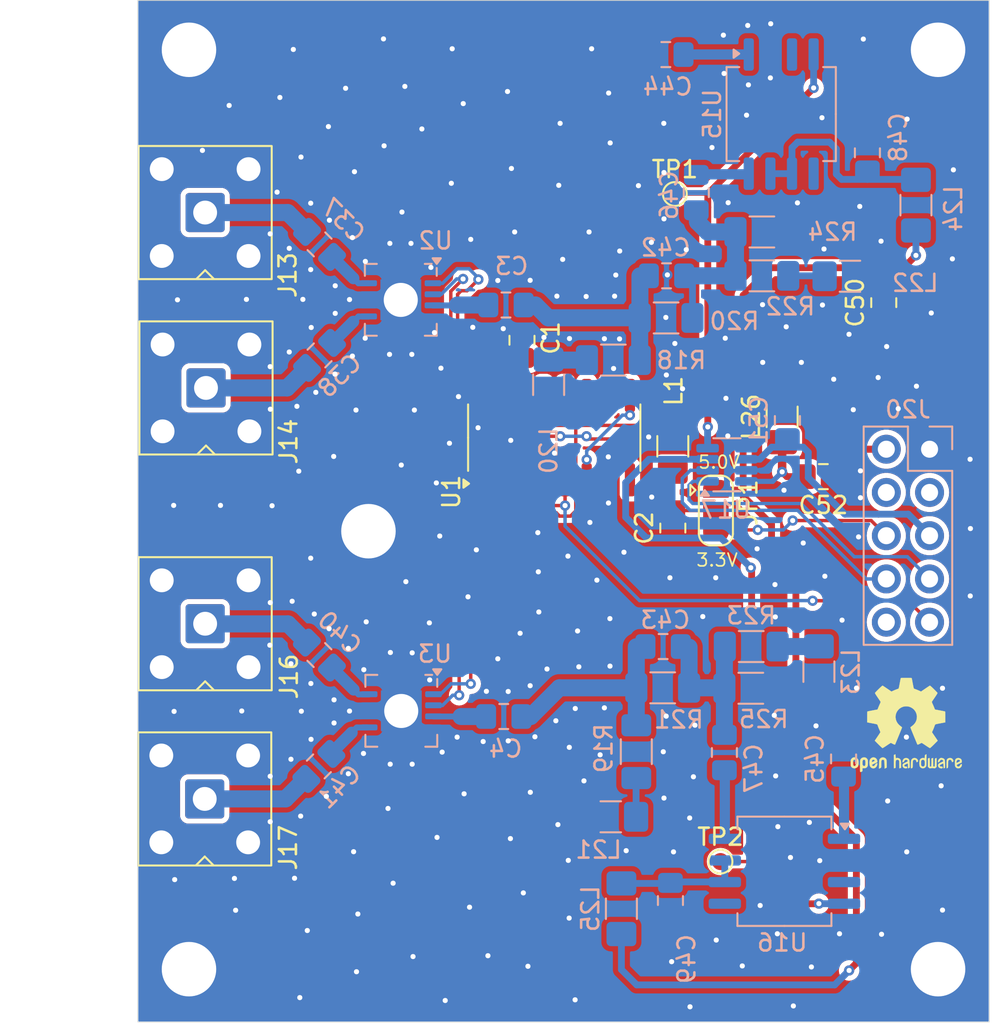
<source format=kicad_pcb>
(kicad_pcb (version 20240108) (generator "pcbnew") (generator_version "8.0")
  (title_block (date "2025-02-10") (rev "3.5") (comment 1 "change the rf switch´s to HMC849") (comment 2 "JP1 for select operation voltage of rf switches"))
  (layers (0 "F.Cu" signal) (31 "B.Cu" signal) (34 "B.Paste" user) (35 "F.Paste" user) (36 "B.SilkS" user "B.Silkscreen") (37 "F.SilkS" user "F.Silkscreen") (38 "B.Mask" user) (39 "F.Mask" user) (44 "Edge.Cuts" user))
  (net 0 "")
  (net 1 "GND")
  (net 2 "+3.3V")
  (net 3 "INP_SEL")
  (net 4 "LOG_OUT1")
  (net 5 "LOG_OUT2")
  (net 6 "+5V")
  (net 7 "2,6V REF")
  (net 8 "SCL0")
  (net 9 "SDA0")
  (net 10 "INP_SEL2")
  (net 11 "Net-(J13-In)")
  (net 12 "Net-(J14-In)")
  (net 13 "Net-(J16-In)")
  (net 14 "Net-(J17-In)")
  (net 15 "Net-(C42-Pad2)")
  (net 16 "Net-(C43-Pad2)")
  (net 17 "Net-(U15-INLO)")
  (net 18 "Net-(U16-INLO)")
  (net 19 "Net-(U15-INHI)")
  (net 20 "Net-(U16-INHI)")
  (net 21 "Net-(U15-EN)")
  (net 22 "Net-(U16-EN)")
  (net 23 "Net-(L20-Pad1)")
  (net 24 "Net-(L21-Pad1)")
  (net 25 "Net-(L22-Pad1)")
  (net 26 "Net-(L23-Pad1)")
  (net 31 "Net-(U17-VCC)")
  (net 32 "CS0")
  (net 33 "CS1")
  (net 34 "V_HMC")
  (net 35 "Net-(JP1-C)")
  (net 36 "Net-(U2-RF2)")
  (net 37 "Net-(U2-RF1)")
  (net 38 "V1_2")
  (net 39 "Net-(U3-RF2)")
  (net 40 "Net-(U3-RF1)")
  (net 41 "Net-(U2-RFC)")
  (net 42 "V1_1")
  (net 43 "Net-(U3-RFC)")
  (net 44 "Net-(U1-Pad6)")
  (net 49 "Net-(U1-Pad1)")
  (net 50 "Net-(C3-Pad2)")
  (net 51 "Net-(C4-Pad2)")
  (footprint "Connector_Coaxial:SMA_BAT_Wireless_BWSMA-KWE-Z001" (layer "F.Cu") (at 129 83.9 90)
    (property "Reference" "J13")
    (property "Value" "SMA" (hide yes))
  )
  (footprint "Capacitor_SMD:C_0805_2012Metric_Pad1.18x1.45mm_HandSolder" (layer "F.Cu") (at 168.86 89.19 90)
    (property "Reference" "C50")
    (property "Value" "100n")
  )
  (footprint "TestPoint:TestPoint_Pad_D1.0mm" (layer "F.Cu") (at 159.27 122.02)
    (property "Reference" "TP2")
    (property "Value" "TestPoint")
  )
  (footprint "Connector_Coaxial:SMA_BAT_Wireless_BWSMA-KWE-Z001" (layer "F.Cu") (at 129 108.05 90)
    (property "Reference" "J16")
    (property "Value" "SMA")
  )
  (footprint "Capacitor_SMD:C_0805_2012Metric_Pad1.18x1.45mm_HandSolder" (layer "F.Cu") (at 156.47 102.43 90)
    (property "Reference" "C2")
    (property "Value" "100n")
  )
  (footprint "Package_SO:SOIC-16_3.9x9.9mm_P1.27mm" (layer "F.Cu") (at 149.505 97.12 90)
    (property "Reference" "U1")
    (property "Value" "74HC04")
  )
  (footprint "Connector_Coaxial:SMA_BAT_Wireless_BWSMA-KWE-Z001" (layer "F.Cu") (at 129.05 94.2 90)
    (property "Reference" "J14")
    (property "Value" "SMA")
  )
  (footprint "Connector_Coaxial:SMA_BAT_Wireless_BWSMA-KWE-Z001" (layer "F.Cu") (at 128.975 118.34 90)
    (property "Reference" "J17")
    (property "Value" "SMA")
  )
  (footprint "Inductor_SMD:L_1206_3216Metric_Pad1.42x1.75mm_HandSolder" (layer "F.Cu") (at 162.89 95.9 90)
    (property "Reference" "L26")
    (property "Value" "4u7")
  )
  (footprint "Symbol:OSHW-Logo2_7.3x6mm_SilkScreen" (layer "F.Cu") (at 170.18 113.99)
    (property "Reference" "REF**" (hide yes))
    (property "Value" "OSHW-Logo2_7.3x6mm_SilkScreen" (hide yes))
  )
  (footprint "Jumper:SolderJumper-3_P1.3mm_Open_RoundedPad1.0x1.5mm" (layer "F.Cu") (at 159 101.4 -90)
    (property "Reference" "JP1")
    (property "Value" "SolderJumper_3_Open" (hide yes))
  )
  (footprint "TestPoint:TestPoint_Pad_D1.0mm" (layer "F.Cu") (at 156.59 82.81)
    (property "Reference" "TP1")
    (property "Value" "TestPoint")
  )
  (footprint "Capacitor_SMD:C_0805_2012Metric_Pad1.18x1.45mm_HandSolder" (layer "F.Cu") (at 165.31 99.41 180)
    (property "Reference" "C52")
    (property "Value" "100n")
  )
  (footprint "Inductor_SMD:L_1206_3216Metric_Pad1.42x1.75mm_HandSolder" (layer "F.Cu") (at 156.47 97.63 90)
    (property "Reference" "L1")
    (property "Value" "4u7")
  )
  (footprint "Capacitor_SMD:C_0805_2012Metric_Pad1.18x1.45mm_HandSolder" (layer "F.Cu") (at 147.61 91.4 -90)
    (property "Reference" "C1")
    (property "Value" "100n")
  )
  (footprint "Resistor_SMD:R_1206_3216Metric_Pad1.30x1.75mm_HandSolder" (layer "B.Cu") (at 156.075 90.09)
    (property "Reference" "R20")
    (property "Value" "150R")
  )
  (footprint "Resistor_SMD:R_1206_3216Metric_Pad1.30x1.75mm_HandSolder" (layer "B.Cu") (at 152.975 92.565)
    (property "Reference" "R18")
    (property "Value" "69R8")
  )
  (footprint "Inductor_SMD:L_1206_3216Metric_Pad1.42x1.75mm_HandSolder" (layer "B.Cu") (at 153.45 124.79 -90)
    (property "Reference" "L25")
    (property "Value" "4u7")
  )
  (footprint "Inductor_SMD:L_1206_3216Metric_Pad1.42x1.75mm_HandSolder" (layer "B.Cu") (at 170.75 83.465 -90)
    (property "Reference" "L24")
    (property "Value" "4u7")
  )
  (footprint "Inductor_SMD:L_1206_3216Metric_Pad1.42x1.75mm_HandSolder" (layer "B.Cu") (at 165.05 110.865 -90)
    (property "Reference" "L23")
    (property "Value" "22nH")
  )
  (footprint "Package_CSP:LFCSP-16-1EP_4x4mm_P0.65mm_EP2.4x2.4mm" (layer "B.Cu") (at 140.5225 113.165 180)
    (property "Reference" "U3")
    (property "Value" "HMC849A")
  )
  (footprint "Capacitor_SMD:C_0805_2012Metric_Pad1.18x1.45mm_HandSolder" (layer "B.Cu") (at 156.06 74.62)
    (property "Reference" "C44")
    (property "Value" "100n")
  )
  (footprint "Connector_PinHeader_2.54mm:PinHeader_2x05_P2.54mm_Vertical" (layer "B.Cu") (at 171.55 97.8 180)
    (property "Reference" "J20")
    (property "Value" "Conn_02x05_Odd_Even" (hide yes))
  )
  (footprint "Capacitor_SMD:C_0805_2012Metric_Pad1.18x1.45mm_HandSolder" (layer "B.Cu") (at 167.9 80.39 -90)
    (property "Reference" "C48")
    (property "Value" "100n")
  )
  (footprint "Package_SO:SO-8_5.3x6.2mm_P1.27mm" (layer "B.Cu") (at 163.025 122.59 180)
    (property "Reference" "U16")
    (property "Value" "AD8307")
  )
  (footprint "Resistor_SMD:R_1206_3216Metric_Pad1.30x1.75mm_HandSolder" (layer "B.Cu") (at 154.325 115.565 90)
    (property "Reference" "R19")
    (property "Value" "69R8")
  )
  (footprint "Capacitor_SMD:C_0805_2012Metric_Pad1.18x1.45mm_HandSolder" (layer "B.Cu") (at 166.5 115.99 -90)
    (property "Reference" "C45")
    (property "Value" "100n")
  )
  (footprint "Capacitor_SMD:C_0805_2012Metric_Pad1.18x1.45mm_HandSolder" (layer "B.Cu") (at 163.2 96.115 -90)
    (property "Reference" "C51")
    (property "Value" "100n")
  )
  (footprint "Capacitor_SMD:C_0805_2012Metric_Pad1.18x1.45mm_HandSolder" (layer "B.Cu") (at 159.5 115.615 -90)
    (property "Reference" "C47")
    (property "Value" "100n")
  )
  (footprint "Capacitor_SMD:C_0805_2012Metric_Pad1.18x1.45mm_HandSolder" (layer "B.Cu") (at 156.33 124.31 90)
    (property "Reference" "C49")
    (property "Value" "100n")
  )
  (footprint "Capacitor_SMD:C_0805_2012Metric_Pad1.18x1.45mm_HandSolder" (layer "B.Cu") (at 135.71 109.89 -45)
    (property "Reference" "C40")
    (property "Value" "10n")
  )
  (footprint "Resistor_SMD:R_1206_3216Metric_Pad1.30x1.75mm_HandSolder" (layer "B.Cu") (at 161.05 111.84 180)
    (property "Reference" "R25")
    (property "Value" "52R3")
  )
  (footprint "Resistor_SMD:R_1206_3216Metric_Pad1.30x1.75mm_HandSolder" (layer "B.Cu") (at 161.075 109.39 180)
    (property "Reference" "R23")
    (property "Value" "69R8")
  )
  (footprint "Capacitor_SMD:C_0805_2012Metric_Pad1.18x1.45mm_HandSolder" (layer "B.Cu") (at 146.67 89.33)
    (property "Reference" "C3")
    (property "Value" "10n")
  )
  (footprint "Package_SO:SO-8_5.3x6.2mm_P1.27mm" (layer "B.Cu") (at 162.835 78.115 -90)
    (property "Reference" "U15")
    (property "Value" "AD8307")
  )
  (footprint "Resistor_SMD:R_1206_3216Metric_Pad1.30x1.75mm_HandSolder" (layer "B.Cu") (at 161.7 87.615 180)
    (property "Reference" "R22")
    (property "Value" "69R8")
  )
  (footprint "Capacitor_SMD:C_0805_2012Metric_Pad1.18x1.45mm_HandSolder" (layer "B.Cu") (at 157.85 82.73 90)
    (property "Reference" "C46")
    (property "Value" "100n")
  )
  (footprint "Capacitor_SMD:C_0805_2012Metric_Pad1.18x1.45mm_HandSolder" (layer "B.Cu") (at 156.1 87.615)
    (property "Reference" "C42")
    (property "Value" "10p")
  )
  (footprint "Capacitor_SMD:C_0805_2012Metric_Pad1.18x1.45mm_HandSolder" (layer "B.Cu") (at 135.72 92.29 45)
    (property "Reference" "C38")
    (property "Value" "10n")
  )
  (footprint "Inductor_SMD:L_1206_3216Metric_Pad1.42x1.75mm_HandSolder" (layer "B.Cu") (at 149.175 94.015 -90)
    (property "Reference" "L20")
    (property "Value" "22nH")
  )
  (footprint "Capacitor_SMD:C_0805_2012Metric_Pad1.18x1.45mm_HandSolder" (layer "B.Cu") (at 135.72 85.77 -45)
    (property "Reference" "C37")
    (property "Value" "10n")
  )
  (footprint "Capacitor_SMD:C_0805_2012Metric_Pad1.18x1.45mm_HandSolder" (layer "B.Cu") (at 135.68 116.43 45)
    (property "Reference" "C41")
    (property "Value" "10n")
  )
  (footprint "Capacitor_SMD:C_0805_2012Metric_Pad1.18x1.45mm_HandSolder" (layer "B.Cu") (at 146.54 113.5)
    (property "Reference" "C4")
    (property "Value" "10n")
  )
  (footprint "Resistor_SMD:R_1206_3216Metric_Pad1.30x1.75mm_HandSolder" (layer "B.Cu") (at 161.7 85.04 180)
    (property "Reference" "R24")
    (property "Value" "52R3")
  )
  (footprint "Package_TO_SOT_SMD:TSOT-23-8" (layer "B.Cu") (at 159.65 98.715)
    (property "Reference" "U17")
    (property "Value" "AD7991")
  )
  (footprint "Resistor_SMD:R_1206_3216Metric_Pad1.30x1.75mm_HandSolder" (layer "B.Cu") (at 155.875 111.815)
    (property "Reference" "R21")
    (property "Value" "150R")
  )
  (footprint "Package_CSP:LFCSP-16-1EP_4x4mm_P0.65mm_EP2.4x2.4mm" (layer "B.Cu") (at 140.4925 89.025 180)
    (property "Reference" "U2")
    (property "Value" "HMC849A")
  )
  (footprint "Inductor_SMD:L_1206_3216Metric_Pad1.42x1.75mm_HandSolder" (layer "B.Cu") (at 152.825 119.39 180)
    (property "Reference" "L21")
    (property "Value" "22nH")
  )
  (footprint "Inductor_SMD:L_1206_3216Metric_Pad1.42x1.75mm_HandSolder" (layer "B.Cu") (at 166.875 87.64)
    (property "Reference" "L22")
    (property "Value" "22nH")
  )
  (footprint "Capacitor_SMD:C_0805_2012Metric_Pad1.18x1.45mm_HandSolder" (layer "B.Cu") (at 155.9 109.39)
    (property "Reference" "C43")
    (property "Value" "10p")
  )
  (gr_rect (start 125.05 71.44) (end 175.05 131.44) (stroke (width 0.05)) (fill none) (layer "Edge.Cuts"))
  (gr_text "1-500Mhz" (at 150.65 71.73 180) (layer "F.Cu") (effects (font (size 1 1) (thickness 0.2)) (justify left bottom)))
  (gr_text "REV3.5" (at 174.96 123.14 90) (layer "F.Cu") (effects (font (size 1 1) (thickness 0.2)) (justify left bottom)))
  (gr_text "DJ1YR" (at 144.31 131.28 0) (layer "F.Cu") (effects (font (size 1 1) (thickness 0.25) (bold yes)) (justify left bottom)))
  (gr_text "3.3V" (at 157.79 104.75 0) (layer "F.SilkS") (effects (font (size 0.75 0.75) (thickness 0.1)) (justify left bottom)))
  (gr_text "5.0V" (at 157.9 99 0) (layer "F.SilkS") (effects (font (size 0.75 0.75) (thickness 0.1)) (justify left bottom)))
  (via (at 141.21 127.6) (size 0.6) (drill 0.3) (layers "F.Cu" "B.Cu") (net 1))
  (via (at 159.44 73.48) (size 0.6) (drill 0.3) (layers "F.Cu" "B.Cu") (net 1))
  (via (at 159.72 83.32) (size 0.6) (drill 0.3) (layers "F.Cu" "B.Cu") (net 1))
  (via (at 146.95 97.28) (size 0.6) (drill 0.3) (layers "F.Cu" "B.Cu") (net 1))
  (via (at 147.18 85.04) (size 0.6) (drill 0.3) (layers "F.Cu" "B.Cu") (net 1))
  (via (at 172.31 111.84) (size 0.6) (drill 0.3) (layers "F.Cu" "B.Cu") (net 1))
  (via (at 145.61 127.55) (size 0.6) (drill 0.3) (layers "F.Cu" "B.Cu") (net 1))
  (via (at 156.06 90.06) (size 0.6) (drill 0.3) (layers "F.Cu" "B.Cu") (net 1))
  (via (at 167.45 83.54) (size 0.6) (drill 0.3) (layers "F.Cu" "B.Cu") (net 1))
  (via (at 161.42 103.65) (size 0.6) (drill 0.3) (layers "F.Cu" "B.Cu") (net 1))
  (via (at 141.16 116.3) (size 0.6) (drill 0.3) (layers "F.Cu" "B.Cu") (net 1))
  (via (at 135.41 107.48) (size 0.6) (drill 0.3) (layers "F.Cu" "B.Cu") (net 1))
  (via (at 141.16 109.76) (size 0.6) (drill 0.3) (layers "F.Cu" "B.Cu") (net 1))
  (via (at 136.12 118.19) (size 0.6) (drill 0.3) (layers "F.Cu" "B.Cu") (net 1))
  (via (at 149.85 78.66) (size 0.6) (drill 0.3) (layers "F.Cu" "B.Cu") (net 1))
  (via (at 127.21 123.08) (size 0.6) (drill 0.3) (layers "F.Cu" "B.Cu") (net 1))
  (via (at 151.6 102.1) (size 0.6) (drill 0.3) (layers "F.Cu" "B.Cu") (net 1))
  (via (at 160.8 78.18) (size 0.6) (drill 0.3) (layers "F.Cu" "B.Cu") (net 1))
  (via (at 155.23 100.61) (size 0.6) (drill 0.3) (layers "F.Cu" "B.Cu") (net 1))
  (via (at 148.09 111.69) (size 0.6) (drill 0.3) (layers "F.Cu" "B.Cu") (net 1))
  (via (at 132.93 101.12) (size 0.6) (drill 0.3) (layers "F.Cu" "B.Cu") (net 1))
  (via (at 148.54 102.7) (size 0.6) (drill 0.3) (layers "F.Cu" "B.Cu") (net 1))
  (via (at 136.57 113.88) (size 0.6) (drill 0.3) (layers "F.Cu" "B.Cu") (net 1))
  (via (at 135.21 111.56) (size 0.6) (drill 0.3) (layers "F.Cu" "B.Cu") (net 1))
  (via (at 132.82 117.01) (size 0.6) (drill 0.3) (layers "F.Cu" "B.Cu") (net 1))
  (via (at 159.7 97.02) (size 0.6) (drill 0.3) (layers "F.Cu" "B.Cu") (net 1))
  (via (at 141.14 92.23) (size 0.6) (drill 0.3) (layers "F.Cu" "B.Cu") (net 1))
  (via (at 148.6 107.36) (size 0.6) (drill 0.3) (layers "F.Cu" "B.Cu") (net 1))
  (via (at 167.66 73.71) (size 0.6) (drill 0.3) (layers "F.Cu" "B.Cu") (net 1))
  (via (at 138.41 86.77) (size 0.6) (drill 0.3) (layers "F.Cu" "B.Cu") (net 1))
  (via (at 136.63 93.39) (size 0.6) (drill 0.3) (layers "F.Cu" "B.Cu") (net 1))
  (via (at 150.38 125.34) (size 0.6) (drill 0.3) (layers "F.Cu" "B.Cu") (net 1))
  (via (at 144.44 106.47) (size 0.6) (drill 0.3) (layers "F.Cu" "B.Cu") (net 1))
  (via (at 155.95 81.55) (size 0.6) (drill 0.3) (layers "F.Cu" "B.Cu") (net 1))
  (via (at 134.11 106.73) (size 0.6) (drill 0.3) (layers "F.Cu" "B.Cu") (net 1))
  (via (at 163.38 121.78) (size 0.6) (drill 0.3) (layers "F.Cu" "B.Cu") (net 1))
  (via (at 133.225 82.7) (size 0.6) (drill 0.3) (layers "F.Cu" "B.Cu") (net 1))
  (via (at 163.79 83.33) (size 0.6) (drill 0.3) (layers "F.Cu" "B.Cu") (net 1))
  (via (at 145.52 112.02) (size 0.6) (drill 0.3) (layers "F.Cu" "B.Cu") (net 1))
  (via (at 165.23 78.33) (size 0.6) (drill 0.3) (layers "F.Cu" "B.Cu") (net 1))
  (via (at 167.07 95.48) (size 0.6) (drill 0.3) (layers "F.Cu" "B.Cu") (net 1))
  (via (at 150.95 110.58) (size 0.6) (drill 0.3) (layers "F.Cu" "B.Cu") (net 1))
  (via (at 172.05 74.34) (size 5) (drill 3.2) (layers "F.Cu" "B.Cu") (net 1))
  (via (at 146.19 87.89) (size 0.6) (drill 0.3) (layers "F.Cu" "B.Cu") (net 1))
  (via (at 146.76 76.79) (size 0.6) (drill 0.3) (layers "F.Cu" "B.Cu") (net 1))
  (via (at 142.19 111.35) (size 0.6) (drill 0.3) (layers "F.Cu" "B.Cu") (net 1))
  (via (at 152.7 76.88) (size 0.6) (drill 0.3) (layers "F.Cu" "B.Cu") (net 1))
  (via (at 170.23 78.41) (size 0.6) (drill 0.3) (layers "F.Cu" "B.Cu") (net 1))
  (via (at 155.91 115.57) (size 0.6) (drill 0.3) (layers "F.Cu" "B.Cu") (net 1))
  (via (at 165.92 93.69) (size 0.6) (drill 0.3) (layers "F.Cu" "B.Cu") (net 1))
  (via (at 172.31 124.87) (size 0.6) (drill 0.3) (layers "F.Cu" "B.Cu") (net 1))
  (via (at 167.26 111.83) (size 0.6) (drill 0.3) (layers "F.Cu" "B.Cu") (net 1))
  (via (at 164.61 128.21) (size 0.6) (drill 0.3) (layers "F.Cu" "B.Cu") (net 1))
  (via (at 128.84 80.25) (size 0.6) (drill 0.3) (layers "F.Cu" "B.Cu") (net 1))
  (via (at 159.48 75.73) (size 0.6) (drill 0.3) (layers "F.Cu" "B.Cu") (net 1))
  (via (at 149.52 98.03) (size 0.6) (drill 0.3) (layers "F.Cu" "B.Cu") (net 1))
  (via (at 146.51 90.72) (size 0.6) (drill 0.3) (layers "F.Cu" "B.Cu") (net 1))
  (via (at 155.95 118.29) (size 0.6) (drill 0.3) (layers "F.Cu" "B.Cu") (net 1))
  (via (at 138.46 107.94) (size 0.6) (drill 0.3) (layers "F.Cu" "B.Cu") (net 1))
  (via (at 139.51 79.98) (size 0.6) (drill 0.3) (layers "F.Cu" "B.Cu") (net 1))
  (via (at 130.79 124.88) (size 0.6) (drill 0.3) (layers "F.Cu" "B.Cu") (net 1))
  (via (at 140.56 83.87) (size 0.6) (drill 0.3) (layers "F.Cu" "B.Cu") (net 1))
  (via (at 134.04 116.01) (size 0.6) (drill 0.3) (layers "F.Cu" "B.Cu") (net 1))
  (via (at 167.38 102.95) (size 0.6) (drill 0.3) (layers "F.Cu" "B.Cu") (net 1))
  (via (at 152.45 112.99) (size 0.6) (drill 0.3) (layers "F.Cu" "B.Cu") (net 1))
  (via (at 148.57 105) (size 0.6) (drill 0.3) (layers "F.Cu" "B.Cu") (net 1))
  (via (at 141.29 95.5) (size 0.6) (drill 0.3) (layers "F.Cu" "B.Cu") (net 1))
  (via (at 134.61 119.35) (size 0.6) (drill 0.3) (layers "F.Cu" "B.Cu") (net 1))
  (via (at 165.4 105.26) (size 0.6) (drill 0.3) (layers "F.Cu" "B.Cu") (net 1))
  (via (at 164.88 114.05) (size 0.6) (drill 0.3) (layers "F.Cu" "B.Cu") (net 1))
  (via (at 137.89 128.49) (size 0.6) (drill 0.3) (layers "F.Cu" "B.Cu") (net 1))
  (via (at 161.75 92.7) (size 0.6) (drill 0.3) (layers "F.Cu" "B.Cu") (net 1))
  (via (at 134.5 99.09) (size 0.6) (drill 0.3) (layers "F.Cu" "B.Cu") (net 1))
  (via (at 166.26 126.26) (size 0.6) (drill 0.3) (layers "F.Cu" "B.Cu") (net 1))
  (via (at 134.04 110.4) (size 0.6) (drill 0.3) (layers "F.Cu" "B.Cu") (net 1))
  (via (at 137.65 92.33) (size 0.6) (drill 0.3) (layers "F.Cu" "B.Cu") (net 1))
  (via (at 137.41 109.5) (size 0.6) (drill 0.3) (layers "F.Cu" "B.Cu") (net 1))
  (via (at 138.4 91.28) (size 0.6) (drill 0.3) (layers "F.Cu" "B.Cu") (net 1))
  (via (at 149.77 82.3) (size 0.6) (drill 0.3) (layers "F.Cu" "B.Cu") (net 1))
  (via (at 152.69 100.96) (size 0.6) (drill 0.3) (layers "F.Cu" "B.Cu") (net 1))
  (via (at 132.82 92.95) (size 0.6) (drill 0.3) (layers "F.Cu" "B.Cu") (net 1))
  (via (at 145.33 114.97) (size 0.6) (drill 0.3) (layers "F.Cu" "B.Cu") (net 1))
  (via (at 168.53 93.59) (size 0.6) (drill 0.3) (layers "F.Cu" "B.Cu") (net 1))
  (via (at 142.92 115.59) (size 0.6) (drill 0.3) (layers "F.Cu" "B.Cu") (net 1))
  (via (at 163 100.21) (size 0.6) (drill 0.3) (layers "F.Cu" "B.Cu") (net 1))
  (via (at 139.85 85.71) (size 0.6) (drill 0.3) (layers "F.Cu" "B.Cu") (net 1))
  (via (at 142.78 102.9) (size 0.6) (drill 0.3) (layers "F.Cu" "B.Cu") (net 1))
  (via (at 137.72 121.44) (size 0.6) (drill 0.3) (layers "F.Cu" "B.Cu") (net 1))
  (via (at 153.34 91.32) (size 0.6) (drill 0.3) (layers "F.Cu" "B.Cu") (net 1))
  (via (at 169.03 91.77) (size 0.6) (drill 0.3) (layers "F.Cu" "B.Cu") (net 1))
  (via (at 127.175 113.2) (size 0.6) (drill 0.3) (layers "F.Cu" "B.Cu") (net 1))
  (via (at 136.57 112.52) (size 0.6) (drill 0.3) (layers "F.Cu" "B.Cu") (net 1))
  (via (at 163.13 90.61) (size 0.6) (drill 0.3) (layers "F.Cu" "B.Cu") (net 1))
  (via (at 159.59 94.81) (size 0.6) (drill 0.3) (layers "F.Cu" "B.Cu") (net 1))
  (via (at 170.19 114.71) (size 0.6) (drill 0.3) (layers "F.Cu" "B.Cu") (net 1))
  (via (at 162.2 75.99) (size 0.6) (drill 0.3) (layers "F.Cu" "B.Cu") (net 1))
  (via (at 162.51 116.99) (size 0.6) (drill 0.3) (layers "F.Cu" "B.Cu") (net 1))
  (via (at 130.41 77.61) (size 0.6) (drill 0.3) (layers "F.Cu" "B.Cu") (net 1))
  (via (at 139.74 118.9) (size 0.6) (drill 0.3) (layers "F.Cu" "B.Cu") (net 1))
  (via (at 173.94 106.42) (size 0.6) (drill 0.3) (layers "F.Cu" "B.Cu") (net 1))
  (via (at 151.55 85.04) (size 0.6) (drill 0.3) (layers "F.Cu" "B.Cu") (net 1))
  (via (at 172.23 117.57) (size 0.6) (drill 0.3) (layers "F.Cu" "B.Cu") (net 1))
  (via (at 172.05 128.34) (size 5) (drill 3.2) (layers "F.Cu" "B.Cu") (net 1))
  (via (at 152.99 93.06) (size 0.6) (drill 0.3) (layers "F.Cu" "B.Cu") (net 1))
  (via (at 145.03 96.54) (size 0.6) (drill 0.3) (layers "F.Cu" "B.Cu") (net 1))
  (via (at 133.39 77.14) (size 0.6) (drill 0.3) (layers "F.Cu" "B.Cu") (net 1))
  (via (at 166.41 107.84) (size 0.6) (drill 0.3) (layers "F.Cu" "B.Cu") (net 1))
  (via (at 128.05 74.34) (size 5) (drill 3.2) (layers "F.Cu" "B.Cu") (net 1))
  (via (at 137.25 76.6) (size 0.6) (drill 0.3) (layers "F.Cu" "B.Cu") (net 1))
  (via (at 158.77 80.08) (size 0.6) (drill 0.3) (layers "F.Cu" "B.Cu") (net 1))
  (via (at 135.2 104.2) (size 0.6) (drill 0.3) (layers "F.Cu" "B.Cu") (net 1))
  (via (at 136.24 78.85) (size 0.6) (drill 0.3) (layers "F.Cu" "B.Cu") (net 1))
  (via (at 150.73 130.14) (size 0.6) (drill 0.3) (layers "F.Cu" "B.Cu") (net 1))
  (via (at 143.51 74.28) (size 0.6) (drill 0.3) (layers "F.Cu" "B.Cu") (net 1))
  (via (at 144.72 90.64) (size 0.6) (drill 0.3) (layers "F.Cu" "B.Cu") (net 1))
  (via (at 164.49 119.72) (size 0.6) (drill 0.3) (layers "F.Cu" "B.Cu") (net 1))
  (via (at 151.7 74.28) (size 0.6) (drill 0.3) (layers "F.Cu" "B.Cu") (net 1))
  (via (at 142.17 108) (size 0.6) (drill 0.3) (layers "F.Cu" "B.Cu") (net 1))
  (via (at 162.61 126.26) (size 0.6) (drill 0.3) (layers "F.Cu" "B.Cu") (net 1))
  (via (at 144.16 77.5) (size 0.6) (drill 0.3) (layers "F.Cu" "B.Cu") (net 1))
  (via (at 137.48 89.01) (size 0.6) (drill 0.3) (layers "F.Cu" "B.Cu") (net 1))
  (via (at 148.9 91.23) (size 0.6) (drill 0.3) (layers "F.Cu" "B.Cu") (net 1))
  (via (at 153.35 86.16) (size 0.6) (drill 0.3) (layers "F.Cu" "B.Cu") (net 1))
  (via (at 153.12 87.57) (size 0.6) (drill 0.3) (layers "F.Cu" "B.Cu") (net 1))
  (via (at 156.15 87.56) (size 0.6) (drill 0.3) (layers "F.Cu" "B.Cu") (net 1))
  (via (at 153.73 121.38) (size 0.6) (drill 0.3) (layers "F.Cu" "B.Cu") (net 1))
  (via (at 151.38 88.83) (size 0.6) (drill 0.3) (layers "F.Cu" "B.Cu") (net 1))
  (via (at 139.88 109.74) (size 0.6) (drill 0.3) (layers "F.Cu" "B.Cu") (net 1))
  (via (at 173.93 98.39) (size 0.6) (drill 0.3) (layers "F.Cu" "B.Cu") (net 1))
  (via (at 148.37 114.69) (size 0.6) (drill 0.3) (layers "F.Cu" "B.Cu") (net 1))
  (via (at 134.18 74.32) (size 0.6) (drill 0.3) (layers "F.Cu" "B.Cu") (net 1))
  (via (at 146.8 112.03) (size 0.6) (drill 0.3) (layers "F.Cu" "B.Cu") (net 1))
  (via (at 136.64 89.82) (size 0.6) (drill 0.3) (layers "F.Cu" "B.Cu") (net 1))
  (via (at 170.21 121.45) (size 0.6) (drill 0.3) (layers "F.Cu" "B.Cu") (net 1))
  (via (at 131.15 113.175) (size 0.6) (drill 0.3) (layers "F.Cu" "B.Cu") (net 1))
  (via (at 155.94 78.66) (size 0.6) (drill 0.3) (layers "F.Cu" "B.Cu") (net 1))
  (via (at 137.77 81.5) (size 0.6) (drill 0.3) (layers "F.Cu" "B.Cu") (net 1))
  (via (at 153.05 88.81) (size 0.6) (drill 0.3) (layers "F.Cu" "B.Cu") (net 1))
  (via (at 156.3 105.35) (size 0.6) (drill 0.3) (layers "F.Cu" "B.Cu") (net 1))
  (via (at 140.49 89.03) (size 2.4) (drill 2) (layers "F.Cu" "B.Cu") (net 1))
  (via (at 156.09 93.44) (size 0.6) (drill 0.3) (layers "F.Cu" "B.Cu") (net 1))
  (via (at 155.21 85.65) (size 0.6) (drill 0.3) (layers "F.Cu" "B.Cu") (net 1))
  (via (at 135.22 114.84) (size 0.6) (drill 0.3) (layers "F.Cu" "B.Cu") (net 1))
  (via (at 139.83 92.23) (size 0.6) (drill 0.3) (layers "F.Cu" "B.Cu") (net 1))
  (via (at 147.96 128.17) (size 0.6) (drill 0.3) (layers "F.Cu" "B.Cu") (net 1))
  (via (at 169.71 95.42) (size 0.6) (drill 0.3) (layers "F.Cu" "B.Cu") (net 1))
  (via (at 146.8 114.93) (size 0.6) (drill 0.3) (layers "F.Cu" "B.Cu") (net 1))
  (via (at 162.47 105.75) (size 0.6) (drill 0.3) (layers "F.Cu" "B.Cu") (net 1))
  (via (at 138.3 115.67) (size 0.6) (drill 0.3) (layers "F.Cu" "B.Cu") (net 1))
  (via (at 148.1 117.95) (size 0.6) (drill 0.3) (layers "F.Cu" "B.Cu") (net 1))
  (via (at 142.62 120.6) (size 0.6) (drill 0.3) (layers "F.Cu" "B.Cu") (net 1))
  (via (at 146.93 120.67) (size 0.6) (drill 0.3) (layers "F.Cu" "B.Cu") (net 1))
  (via (at 142.85 93.04) (size 0.6) (drill 0.3) (layers "F.Cu" "B.Cu") (net 1))
  (via (at 144.53 124.7) (size 0.6) (drill 0.3) (layers "F.Cu" "B.Cu") (net 1))
  (via (at 142.47 90.95) (size 0.6) (drill 0.3) (layers "F.Cu" "B.Cu") (net 1))
  (via (at 137.65 85.37) (size 0.6) (drill 0.3) (layers "F.Cu" "B.Cu") (net 1))
  (via (at 149.6 113.75) (size 0.6) (drill 0.3) (layers "F.Cu" "B.Cu") (net 1))
  (via (at 158.99 105.35) (size 0.6) (drill 0.3) (layers "F.Cu" "B.Cu") (net 1))
  (via (at 170.78 94.1) (size 0.6) (drill 0.3) (layers "F.Cu" "B.Cu") (net 1))
  (via (at 146.19 110.11) (size 0.6) (drill 0.3) (layers "F.Cu" "B.Cu") (net 1))
  (via (at 127.15 101.1) (size 0.6) (drill 0.3) (layers "F.Cu" "B.Cu") (net 1))
  (via (at 157.26 86.08) (size 0.6) (drill 0.3) (layers "F.Cu" "B.Cu") (net 1))
  (via (at 152.2 115.75) (size 0.6) (drill 0.3) (layers "F.Cu" "B.Cu") (net 1))
  (via (at 156.51 121.45) (size 0.6) (drill 0.3) (layers "F.Cu" "B.Cu") (net 1))
  (via (at 158.23 107.63) (size 0.6) (drill 0.3) (layers "F.Cu" "B.Cu") (net 1))
  (via (at 152.01 105.49) (size 0.6) (drill 0.3) (layers "F.Cu" "B.Cu") (net 1))
  (via (at 136.28 108.34) (size 0.6) (drill 0.3) (layers "F.Cu" "B.Cu") (net 1))
  (via (at 155.95 84.27) (size 0.6) (drill 0.3) (layers "F.Cu" "B.Cu") (net 1))
  (via (at 140.5175 113.175) (size 2.4) (drill 2) (layers "F.Cu" "B.Cu") (net 1))
  (via (at 157.48 130.55) (size 0.6) (drill 0.3) (layers "F.Cu" "B.Cu") (net 1))
  (via (at 168.73 126.29) (size 0.6) (drill 0.3) (layers "F.Cu" "B.Cu") (net 1))
  (via (at 147.5 108.61) (size 0.6) (drill 0.3) (layers "F.Cu" "B.Cu") (net 1))
  (via (at 134.56 130.01) (size 0.6) (drill 0.3) (layers "F.Cu" "B.Cu") (net 1))
  (via (at 146.99 81.31) (size 0.6) (drill 0.3) (layers "F.Cu" "B.Cu") (net 1))
  (via (at 137.48 113.18) (size 0.6) (drill 0.3) (layers "F.Cu" "B.Cu") (net 1))
  (via (at 139.475 73.7) (size 0.6) (drill 0.3) (layers "F.Cu" "B.Cu") (net 1))
  (via (at 131.425 89) (size 0.6) (drill 0.3) (layers "F.Cu" "B.Cu") (net 1))
  (via (at 151.25 117.28) (size 0.6) (drill 0.3) (layers "F.Cu" "B.Cu") (net 1))
  (via (at 136.55 98.225) (size 0.6) (drill 0.3) (layers "F.Cu" "B.Cu") (net 1))
  (via (at 150.4 91.3) (size 0.6) (drill 0.3) (layers "F.Cu" "B.Cu") (net 1))
  (via (at 150.33 121.95) (size 0.6) (drill 0.3) (layers "F.Cu" "B.Cu") (net 1))
  (via (at 144.93 103.71) (size 0.6) (drill 0.3) (layers "F.Cu" "B.Cu") (net 1))
  (via (at 150.31 104.08) (size 0.6) (drill 0.3) (layers "F.Cu" "B.Cu") (net 1))
  (via (at 165.1 121.965) (size 0.6) (drill 0.3) (layers "F.Cu" "B.Cu") (net 1))
  (via (at 140.79 105.58) (size 0.6) (drill 0.3) (layers "F.Cu" "B.Cu") (net 1))
  (via (at 156.08 113.48) (size 0.6) (drill 0.3) (layers "F.Cu" "B.Cu") (net 1))
  (via (at 137.97 125.1) (size 0.6) (drill 0.3) (layers "F.Cu" "B.Cu") (net 1))
  (via (at 164.13 103.31) (size 0.6) (drill 0.3) (layers "F.Cu" "B.Cu") (net 1))
  (via (at 135.23 90.65) (size 0.6) (drill 0.3) (layers "F.Cu" "B.Cu") (net 1))
  (via (at 161.74 89.31) (size 0.6) (drill 0.3) (layers "F.Cu" "B.Cu") (net 1))
  (via (at 167.49 100.65) (size 0.6) (drill 0.3) (layers "F.Cu" "B.Cu") (net 1))
  (via (at 144.6 85.475) (size 0.6) (drill 0.3) (layers "F.Cu" "B.Cu") (net 1))
  (via (at 132.82 85.15) (size 0.6) (drill 0.3) (layers "F.Cu" "B.Cu") (net 1))
  (via (at 171.65 89.8) (size 0.6) (drill 0.3) (layers "F.Cu" "B.Cu") (net 1))
  (via (at 152.45 91.31) (size 0.6) (drill 0.3) (layers "F.Cu" "B.Cu") (net 1))
  (via (at 149.08 110.71) (size 0.6) (drill 0.3) (layers "F.Cu" "B.Cu") (net 1))
  (via (at 149.72 119.85) (size 0.6) (drill 0.3) (layers "F.Cu" "B.Cu") (net 1))
  (via (at 155.05 97.08) (size 0.6) (drill 0.3) (layers "F.Cu" "B.Cu") (net 1))
  (via (at 150.74 113.03) (size 0.6) (drill 0.3) (layers "F.Cu" "B.Cu") (net 1))
  (via (at 152.775 107.75) (size 0.6) (drill 0.3) (layers "F.Cu" "B.Cu") (net 1))
  (via (at 136.64 88.2) (size 0.6) (drill 0.3) (layers "F.Cu" "B.Cu") (net 1))
  (via (at 173.95 102.46) (size 0.6) (drill 0.3) (layers "F.Cu" "B.Cu") (net 1))
  (via (at 135.2 87.25) (size 0.6) (drill 0.3) (layers "F.Cu" "B.Cu") (net 1))
  (via (at 138.591932 102.614999) (size 5) (drill 3.2) (layers "F.Cu" "B.Cu") (net 1))
  (via (at 163.55 130.5) (size 0.6) (drill 0.3) (layers "F.Cu" "B.Cu") (net 1))
  (via (at 150 86.65) (size 0.6) (drill 0.3) (layers "F.Cu" "B.Cu") (net 1))
  (via (at 142.26 87.12) (size 0.6) (drill 0.3) (layers "F.Cu" "B.Cu") (net 1))
  (via (at 127.375 89.025) (size 0.6) (drill 0.3) (layers "F.Cu" "B.Cu") (net 1))
  (via (at 172.95 81.39) (size 0.6) (drill 0.3) (layers "F.Cu" "B.Cu") (net 1))
  (via (at 144.21 118.04) (size 0.6) (drill 0.3) (layers "F.Cu" "B.Cu") (net 1))
  (via (at 165.35 86.04) (size 0.6) (drill 0.3) (layers "F.Cu" "B.Cu") (net 1))
  (via (at 147.69 123.86) (size 0.6) (drill 0.3) (layers "F.Cu" "B.Cu") (net 1))
  (via (at 164.02 92.7) (size 0.6) (drill 0.3) (layers "F.Cu" "B.Cu") (net 1))
  (via (at 143.35 97.45) (size 0.6) (drill 0.3) (layers "F.Cu" "B.Cu") (net 1))
  (via (at 156.4 127.9) (size 0.6) (drill 0.3) (layers "F.Cu" "B.Cu") (net 1))
  (via (at 135.5 94.46) (size 0.6) (drill 0.3) (layers "F.Cu" "B.Cu") (net 1))
  (via (at 143.46 82.18) (size 0.6) (drill 0.3) (layers "F.Cu" "B.Cu") (net 1))
  (via (at 128.05 128.34) (size 5) (drill 3.2) (layers "F.Cu" "B.Cu") (net 1))
  (via (at 152.68 98.25) (size 0.6) (drill 0.3) (layers "F.Cu" "B.Cu") (net 1))
  (via (at 168.7 85.58) (size 0.6) (drill 0.3) (layers "F.Cu" "B.Cu") (net 1))
  (via (at 139.87 116.3) (size 0.6) (drill 0.3) (layers "F.Cu" "B.Cu") (net 1))
  (via (at 140.04 123.29) (size 0.6) (drill 0.3) (layers "F.Cu" "B.Cu") (net 1))
  (via (at 132.8 109.31) (size 0.6) (drill 0.3) (layers "F.Cu" "B.Cu") (net 1))
  (via (at 129.9 101.1) (size 0.6) (drill 0.3) (layers "F.Cu" "B.Cu") (net 1))
  (via (at 152.78 110.54) (size 0.6) (drill 0.3) (layers "F.Cu" "B.Cu") (net 1))
  (via (at 133.94 92.09) (size 0.6) (drill 0.3) (layers "F.Cu" "B.Cu") (net 1))
  (via (at 133.94 86) (size 0.6) (drill 0.3) (layers "F.Cu" "B.Cu") (net 1))
  (via (at 162.43 113.43) (size 0.6) (drill 0.3) (layers "F.Cu" "B.Cu") (net 1))
  (via (at 159.02 126.63) (size 0.6) (drill 0.3) (layers "F.Cu" "B.Cu") (net 1))
  (via (at 167.49 99.07) (size 0.6) (drill 0.3) (layers "F.Cu" "B.Cu") (net 1))
  (via (at 160.91 76.4) (size 0.6) (drill 0.3) (layers "F.Cu" "B.Cu") (net 1))
  (via (at 157.46 119.46) (size 0.6) (drill 0.3) (layers "F.Cu" "B.Cu") (net 1))
  (via (at 162.64 119.97) (size 0.6) (drill 0.3) (layers "F.Cu" "B.Cu") (net 1))
  (via (at 152.79 79.81) (size 0.6) (drill 0.3) (layers "F.Cu" "B.Cu") (net 1))
  (via (at 166.82 91.05) (size 0.6) (drill 0.3) (layers "F.Cu" "B.Cu") (net 1))
  (via (at 130.72 123.01) (size 0.6) (drill 0.3) (layers "F.Cu" "B.Cu") (net 1))
  (via (at 138.32 110.75) (size 0.6) (drill 0.3) (layers "F.Cu" "B.Cu") (net 1))
  (via (at 132.83 95.45) (size 0.6) (drill 0.3) (layers "F.Cu" "B.Cu") (net 1))
  (via (at 137.86 95.5) (size 0.6) (drill 0.3) (layers "F.Cu" "B.Cu") (net 1))
  (via (at 150.39 115.31) (size 0.6) (drill 0.3) (layers "F.Cu" "B.Cu") (net 1))
  (via (at 169.09 118.46) (size 0.6) (drill 0.3) (layers "F.Cu" "B.Cu") (net 1))
  (via (at 172.89 86.62) (size 0.6) (drill 0.3) (layers "F.Cu" "B.Cu") (net 1))
  (via (at 157.68 117.04) (size 0.6) (drill 0.3) (layers "F.Cu" "B.Cu") (net 1))
  (via (at 141.09 85.71) (size 0.6) (drill 0.3) (layers "F.Cu" "B.Cu") (net 1))
  (via (at 156.59 91.59) (size 0.6) (drill 0.3) (layers "F.Cu" "B.Cu") (net 1))
  (via (at 159.55 91.28) (size 0.6) (drill 0.3) (layers "F.Cu" "B.Cu") (net 1))
  (via (at 150.875 108.475) (size 0.6) (drill 0.3) (layers "F.Cu" "B.Cu") (net 1))
  (via (at 153.6 103.85) (size 0.6) (drill 0.3) (layers "F.Cu" "B.Cu") (net 1))
  (via (at 132.825 106.81) (size 0.6) (drill 0.3) (layers "F.Cu" "B.Cu") (net 1))
  (via (at 134.65 113.19) (size 0.6) (drill 0.3) (layers "F.Cu" "B.Cu") (net 1))
  (via (at 132.82 119.68) (size 0.6) (drill 0.3) (layers "F.Cu" "B.Cu") (net 1))
  (via (at 140.73 76.49) (size 0.6) (drill 0.3) (layers "F.Cu" "B.Cu") (net 1))
  (via (at 160.55 128.15) (size 0.6) (drill 0.3) (layers "F.Cu" "B.Cu") (net 1))
  (via (at 134.39 95.28) (size 0.6) (drill 0.3) (layers "F.Cu" "B.Cu") (net 1))
  (via (at 154.45 82.32) (size 0.6) (drill 0.3) (layers "F.Cu" "B.Cu") (net 1))
  (via (at 141.73 78.99) (size 0.6) (drill 0.3) (layers "F.Cu" "B.Cu") (net 1))
  (via (at 143.8 114.71) (size 0.6) (drill 0.3) (layers "F.Cu" "B.Cu") (net 1))
  (via (at 134.74 89) (size 0.6) (drill 0.3) (layers "F.Cu" "B.Cu") (net 1))
  (via (at 161.6 124.6) (size 0.6) (drill 0.3) (layers "F.Cu" "B.Cu") (net 1))
  (via (at 148.09 87.88) (size 0.6) (drill 0.3) (layers "F.Cu" "B.Cu") (net 1))
  (via (at 162.49 107.65) (size 0.6) (drill 0.3) (layers "F.Cu" "B.Cu") (net 1))
  (via (at 134.63 80.64) (size 0.6) (drill 0.3) (layers "F.Cu" "B.Cu") (net 1))
  (via (at 157.77 114.01) (size 0.6) (drill 0.3) (layers "F.Cu" "B.Cu") (net 1))
  (via (at 135 126.07) (size 0.6) (drill 0.3) (layers "F.Cu" "B.Cu") (net 1))
  (via (at 165.26 89.33) (size 0.6) (drill 0.3) (layers "F.Cu" "B.Cu") (net 1))
  (via (at 143.88 94.71) (size 0.6) (drill 0.3) (layers "F.Cu" "B.Cu") (net 1))
  (via (at 136.3 84.35) (size 0.6) (drill 0.3) (layers "F.Cu" "B.Cu") (net 1))
  (via (at 134.25 123) (size 0.6) (drill 0.3) (layers "F.Cu" "B.Cu") (net 1))
  (via (at 137.41 116.86) (size 0.6) (drill 0.3) (layers "F.Cu" "B.Cu") (net 1))
  (via (at 142.58 99.78) (size 0.6) (drill 0.3) (layers "F.Cu" "B.Cu") (net 1))
  (via (at 157.04 94.25) (size 0.6) (drill 0.3) (layers "F.Cu" "B.Cu") (net 1))
  (via (at 162.22 72.81) (size 0.6) (drill 0.3) (layers "F.Cu" "B.Cu") (net 1))
  (via (at 160.87 72.91) (size 0.6) (drill 0.3) (layers "F.Cu" "B.Cu") (net 1))
  (via (at 140.52 98.73) (size 0.6) (drill 0.3) (layers "F.Cu" "B.Cu") (net 1))
  (via (at 149.66 88.81) (size 0.6) (drill 0.3) (layers "F.Cu" "B.Cu") (net 1))
  (via (at 135.2 83.35) (size 0.6) (drill 0.3) (layers "F.Cu" "B.Cu") (net 1))
  (via (at 143.1 130.18) (size 0.6) (drill 0.3) (layers "F.Cu" "B.Cu") (net 1))
  (segment (start 168.12 101.99) (end 163.51 101.99) (width 0.2) (layer "F.Cu") (net 2))
  (segment (start 160.43 102.54) (end 160.27 102.7) (width 0.2) (layer "F.Cu") (net 2))
  (segment (start 169.01 102.88) (end 168.12 101.99) (width 0.2) (layer "F.Cu") (net 2))
  (segment (start 161.46 102.54) (end 160.43 102.54) (width 0.2) (layer "F.Cu") (net 2))
  (segment (start 169.01 102.88) (end 169.515 102.88) (width 0.2) (layer "F.Cu") (net 2))
  (segment (start 160.27 102.7) (end 159 102.7) (width 0.2) (layer "F.Cu") (net 2))
  (via (at 163.51 101.99) (size 0.6) (drill 0.3) (layers "F.Cu" "B.Cu") (net 2))
  (via (at 161.46 102.54) (size 0.6) (drill 0.3) (layers "F.Cu" "B.Cu") (net 2))
  (segment (start 162.96 102.54) (end 161.46 102.54) (width 0.2) (layer "B.Cu") (net 2))
  (segment (start 163.51 101.99) (end 163.51 101.95) (width 0.2) (layer "B.Cu") (net 2))
  (segment (start 163.51 101.99) (end 162.96 102.54) (width 0.2) (layer "B.Cu") (net 2))
  (segment (start 171.55 107.96) (end 170.29 106.7) (width 0.2) (layer "F.Cu") (net 3))
  (segment (start 147.6 100.92) (end 147.79 101.11) (width 0.2) (layer "F.Cu") (net 3))
  (segment (start 170.29 106.7) (end 169.49 106.7) (width 0.2) (layer "F.Cu") (net 3))
  (segment (start 169.49 106.7) (end 164.68 106.7) (width 0.2) (layer "F.Cu") (net 3))
  (segment (start 147.79 101.11) (end 150.14 101.11) (width 0.2) (layer "F.Cu") (net 3))
  (segment (start 150.14 99.595) (end 150.14 101.11) (width 0.2) (layer "F.Cu") (net 3))
  (segment (start 147.6 99.595) (end 147.6 100.92) (width 0.2) (layer "F.Cu") (net 3))
  (via (at 150.14 101.11) (size 0.6) (drill 0.3) (layers "F.Cu" "B.Cu") (net 3))
  (via (at 164.68 106.7) (size 0.6) (drill 0.3) (layers "F.Cu" "B.Cu") (net 3))
  (segment (start 150.14 102.313529) (end 150.14 101.11) (width 0.2) (layer "B.Cu") (net 3))
  (segment (start 164.68 106.7) (end 164.67 106.69) (width 0.2) (layer "B.Cu") (net 3))
  (segment (start 154.516471 106.69) (end 150.14 102.313529) (width 0.2) (layer "B.Cu") (net 3))
  (segment (start 164.67 106.69) (end 154.516471 106.69) (width 0.2) (layer "B.Cu") (net 3))
  (segment (start 158.525 96.49) (end 158.525 83.59) (width 0.4) (layer "F.Cu") (net 4))
  (segment (start 156.59 82.81) (end 158.51 82.81) (width 0.2) (layer "F.Cu") (net 4))
  (segment (start 158.51 82.81) (end 158.525 82.795) (width 0.2) (layer "F.Cu") (net 4))
  (segment (start 158.525 83.59) (end 158.525 82.795) (width 0.4) (layer "F.Cu") (net 4))
  (segment (start 158.525 82.795) (end 164.74 76.58) (width 0.4) (layer "F.Cu") (net 4))
  (via (at 164.74 76.58) (size 0.6) (drill 0.3) (layers "F.Cu" "B.Cu") (net 4))
  (via (at 158.525 96.49) (size 0.6) (drill 0.3) (layers "F.Cu" "B.Cu") (net 4))
  (segment (start 164.74 74.615) (end 164.74 76.58) (width 0.4) (layer "B.Cu") (net 4))
  (segment (start 164.75 76.59) (end 164.74 76.58) (width 0.4) (layer "B.Cu") (net 4))
  (segment (start 158.5125 96.5025) (end 158.525 96.49) (width 0.4) (layer "B.Cu") (net 4))
  (segment (start 158.5125 97.74) (end 158.5125 96.5025) (width 0.4) (layer "B.Cu") (net 4))
  (segment (start 161.1 104.81) (end 161.1 122.05) (width 0.4) (layer "F.Cu") (net 5))
  (segment (start 161.1 122.05) (end 161.375 122.325) (width 0.4) (layer "F.Cu") (net 5))
  (segment (start 161.375 122.325) (end 163.55 124.5) (width 0.4) (layer "F.Cu") (net 5))
  (segment (start 163.55 124.5) (end 165.04 124.5) (width 0.4) (layer "F.Cu") (net 5))
  (segment (start 161.375 122.325) (end 161.07 122.02) (width 0.2) (layer "F.Cu") (net 5))
  (segment (start 161.05 104.76) (end 161.1 104.81) (width 0.4) (layer "F.Cu") (net 5))
  (segment (start 161.07 122.02) (end 159.62 122.02) (width 0.2) (layer "F.Cu") (net 5))
  (segment (start 159.62 122.02) (end 159.32 122.32) (width 0.2) (layer "F.Cu") (net 5))
  (segment (start 165.04 124.5) (end 165.05 124.49) (width 0.4) (layer "F.Cu") (net 5))
  (via (at 165.05 124.49) (size 0.6) (drill 0.3) (layers "F.Cu" "B.Cu") (net 5))
  (via (at 161.05 104.76) (size 0.6) (drill 0.3) (layers "F.Cu" "B.Cu") (net 5))
  (segment (start 166.525 124.495) (end 165.055 124.495) (width 0.4) (layer "B.Cu") (net 5))
  (segment (start 154.925 103.015) (end 153.7 101.79) (width 0.4) (layer "B.Cu") (net 5))
  (segment (start 153.7 101.79) (end 153.7 99.765) (width 0.4) (layer "B.Cu") (net 5))
  (segment (start 161.05 104.76) (end 159.305 103.015) (width 0.4) (layer "B.Cu") (net 5))
  (segment (start 153.7 99.765) (end 155.075 98.39) (width 0.4) (layer "B.Cu") (net 5))
  (segment (start 159.305 103.015) (end 154.925 103.015) (width 0.4) (layer "B.Cu") (net 5))
  (segment (start 155.075 98.39) (end 158.5125 98.39) (width 0.4) (layer "B.Cu") (net 5))
  (segment (start 165.05 124.49) (end 165.055 124.495) (width 0.4) (layer "B.Cu") (net 5))
  (segment (start 163.7 117.165) (end 167.25 120.715) (width 0.4) (layer "F.Cu") (net 6))
  (segment (start 166.12 97.8) (end 165.05 96.73) (width 0.4) (layer "F.Cu") (net 6))
  (segment (start 165.05 95.16) (end 164.3025 94.4125) (width 0.4) (layer "F.Cu") (net 6))
  (segment (start 160.6 99.74) (end 160.65 99.69) (width 0.4) (layer "F.Cu") (net 6))
  (segment (start 160.6275 94.4125) (end 160.6 94.44) (width 0.4) (layer "F.Cu") (net 6))
  (segment (start 160.6 100.09) (end 160.6 100.55) (width 0.4) (layer "F.Cu") (net 6))
  (segment (start 160.6 94.44) (end 160.6 99.74) (width 0.4) (layer "F.Cu") (net 6))
  (segment (start 168.875 88.1375) (end 168.875 87.14) (width 0.4) (layer "F.Cu") (net 6))
  (segment (start 165.05 96.73) (end 165.05 95.16) (width 0.4) (layer "F.Cu") (net 6))
  (segment (start 160.6 88.765) (end 160.6 94.44) (width 0.4) (layer "F.Cu") (net 6))
  (segment (start 162.225 87.14) (end 160.6 88.765) (width 0.4) (layer "F.Cu") (net 6))
  (segment (start 160.59 100.1) (end 160.6 100.09) (width 0.2) (layer "F.Cu") (net 6))
  (segment (start 167.9 97.8) (end 169.01 97.8) (width 0.4) (layer "F.Cu") (net 6))
  (segment (start 170.75 86.415) (end 170.025 87.14) (width 0.4) (layer "F.Cu") (net 6))
  (segment (start 170.025 87.14) (end 168.875 87.14) (width 0.4) (layer "F.Cu") (net 6))
  (segment (start 162.89 94.4125) (end 160.6275 94.4125) (width 0.4) (layer "F.Cu") (net 6))
  (segment (start 167.25 120.715) (end 167.25 127.99) (width 0.4) (layer "F.Cu") (net 6))
  (segment (start 160.6 99.74) (end 160.6 100.09) (width 0.4) (layer "F.Cu") (net 6))
  (segment (start 162.27 102.22) (end 162.27 103.985) (width 0.4) (layer "F.Cu") (net 6))
  (segment (start 159 100.1) (end 160.59 100.1) (width 0.2) (layer "F.Cu") (net 6))
  (segment (start 164.3025 94.4125) (end 162.89 94.4125) (width 0.4) (layer "F.Cu") (net 6))
  (segment (start 167.25 127.99) (end 166.825 128.415) (width 0.4) (layer "F.Cu") (net 6))
  (segment (start 169.01 97.8) (end 166.12 97.8) (width 0.4) (layer "F.Cu") (net 6))
  (segment (start 168.875 87.14) (end 162.225 87.14) (width 0.4) (layer "F.Cu") (net 6))
  (segment (start 168.86 88.1525) (end 168.875 88.1375) (width 0.4) (layer "F.Cu") (net 6))
  (segment (start 162.27 103.985) (end 163.7 105.415) (width 0.4) (layer "F.Cu") (net 6))
  (segment (start 160.6 100.55) (end 162.27 102.22) (width 0.4) (layer "F.Cu") (net 6))
  (segment (start 163.7 105.415) (end 163.7 117.165) (width 0.4) (layer "F.Cu") (net 6))
  (via (at 166.825 128.415) (size 0.6) (drill 0.3) (layers "F.Cu" "B.Cu") (net 6))
  (via (at 170.75 86.415) (size 0.6) (drill 0.3) (layers "F.Cu" "B.Cu") (net 6))
  (segment (start 154.35 129.265) (end 165.975 129.265) (width 0.4) (layer "B.Cu") (net 6))
  (segment (start 153.45 128.365) (end 154.35 129.265) (width 0.4) (layer "B.Cu") (net 6))
  (segment (start 165.975 129.265) (end 166.825 128.415) (width 0.4) (layer "B.Cu") (net 6))
  (segment (start 170.75 84.9525) (end 170.75 86.415) (width 0.4) (layer "B.Cu") (net 6))
  (segment (start 153.45 126.2775) (end 153.45 128.365) (width 0.4) (layer "B.Cu") (net 6))
  (segment (start 164.125 97.6775) (end 163.2 97.6775) (width 0.4) (layer "B.Cu") (net 7))
  (segment (start 166.575 101.615) (end 164.425 99.465) (width 0.4) (layer "B.Cu") (net 7))
  (segment (start 171.55 102.865) (end 170.3 101.615) (width 0.4) (layer "B.Cu") (net 7))
  (segment (start 160.7875 98.39) (end 161.575 98.39) (width 0.4) (layer "B.Cu") (net 7))
  (segment (start 171.55 102.88) (end 171.55 102.865) (width 0.4) (layer "B.Cu") (net 7))
  (segment (start 161.575 98.39) (end 162.2875 97.6775) (width 0.4) (layer "B.Cu") (net 7))
  (segment (start 164.425 97.9775) (end 164.125 97.6775) (width 0.4) (layer "B.Cu") (net 7))
  (segment (start 164.425 99.465) (end 164.425 97.9775) (width 0.4) (layer "B.Cu") (net 7))
  (segment (start 162.2875 97.6775) (end 163.2 97.6775) (width 0.4) (layer "B.Cu") (net 7))
  (segment (start 170.3 101.615) (end 166.575 101.615) (width 0.4) (layer "B.Cu") (net 7))
  (segment (start 158.5125 99.69) (end 157.65 99.69) (width 0.2) (layer "B.Cu") (net 8))
  (segment (start 157.425 100.765) (end 157.65 100.99) (width 0.2) (layer "B.Cu") (net 8))
  (segment (start 162.475 100.99) (end 164 100.99) (width 0.2) (layer "B.Cu") (net 8))
  (segment (start 157.65 100.99) (end 162.475 100.99) (width 0.2) (layer "B.Cu") (net 8))
  (segment (start 164 100.99) (end 167.125 104.115) (width 0.2) (layer "B.Cu") (net 8))
  (segment (start 162.475 100.99) (end 162.6 100.99) (width 0.2) (layer "B.Cu") (net 8))
  (segment (start 157.425 99.915) (end 157.425 100.765) (width 0.2) (layer "B.Cu") (net 8))
  (segment (start 167.125 104.115) (end 170.245 104.115) (width 0.2) (layer "B.Cu") (net 8))
  (segment (start 157.65 99.69) (end 157.425 99.915) (width 0.2) (layer "B.Cu") (net 8))
  (segment (start 170.245 104.115) (end 171.55 105.42) (width 0.2) (layer "B.Cu") (net 8))
  (segment (start 157.484314 101.39) (end 163.8 101.39) (width 0.2) (layer "B.Cu") (net 9))
  (segment (start 163.8 101.39) (end 167.83 105.42) (width 0.2) (layer "B.Cu") (net 9))
  (segment (start 157.025 100.930686) (end 157.484314 101.39) (width 0.2) (layer "B.Cu") (net 9))
  (segment (start 167.83 105.42) (end 169.01 105.42) (width 0.2) (layer "B.Cu") (net 9))
  (segment (start 157.5 99.04) (end 157.025 99.515) (width 0.2) (layer "B.Cu") (net 9))
  (segment (start 158.5125 99.04) (end 157.5 99.04) (width 0.2) (layer "B.Cu") (net 9))
  (segment (start 157.025 99.515) (end 157.025 100.930686) (width 0.2) (layer "B.Cu") (net 9))
  (segment (start 133.85 83.9) (end 134.986377 85.036377) (width 1) (layer "B.Cu") (net 11))
  (segment (start 129 83.9) (end 133.85 83.9) (width 1) (layer "B.Cu") (net 11))
  (segment (start 129.05 94.2) (end 133.81 94.2) (width 1) (layer "B.Cu") (net 12))
  (segment (start 133.81 94.2) (end 134.986377 93.023623) (width 1) (layer "B.Cu") (net 12))
  (segment (start 133.865 108.06) (end 135.001377 109.196377) (width 1) (layer "B.Cu") (net 13))
  (segment (start 129.015 108.06) (end 133.865 108.06) (width 1) (layer "B.Cu") (net 13))
  (segment (start 129.175 118.14) (end 128.975 118.34) (width 0.4) (layer "B.Cu") (net 14))
  (segment (start 128.961811 118.338188) (end 133.721811 118.338188) (width 1) (layer "B.Cu") (net 14))
  (segment (start 133.721811 118.338188) (end 134.898188 117.161811) (width 1) (layer "B.Cu") (net 14))
  (segment (start 157.92 84.45) (end 157.92 83.8375) (width 1) (layer "B.Cu") (net 15))
  (segment (start 159.725 87.615) (end 160.175 87.165) (width 0.4) (layer "B.Cu") (net 15))
  (segment (start 157.625 87.6525) (end 157.6625 87.615) (width 0.4) (layer "B.Cu") (net 15))
  (segment (start 160.15 87.615) (end 160.15 85.04) (width 1) (layer "B.Cu") (net 15))
  (segment (start 160.15 85.04) (end 158.51 85.04) (width 1) (layer "B.Cu") (net 15))
  (segment (start 157.625 90.09) (end 157.625 87.6525) (width 0.4) (layer "B.Cu") (net 15))
  (segment (start 158.51 85.04) (end 157.92 84.45) (width 1) (layer "B.Cu") (net 15))
  (segment (start 157.6625 87.615) (end 159.725 87.615) (width 1) (layer "B.Cu") (net 15))
  (segment (start 157.92 83.8375) (end 157.85 83.7675) (width 1) (layer "B.Cu") (net 15))
  (segment (start 157.425 111.815) (end 159.475 111.815) (width 1) (layer "B.Cu") (net 16))
  (segment (start 159.475 111.815) (end 159.5 111.84) (width 0.4) (layer "B.Cu") (net 16))
  (segment (start 157.4625 109.39) (end 157.425 109.4275) (width 0.4) (layer "B.Cu") (net 16))
  (segment (start 159.5 109.415) (end 159.525 109.39) (width 0.4) (layer "B.Cu") (net 16))
  (segment (start 159.5 114.0525) (end 159.5 111.84) (width 1) (layer "B.Cu") (net 16))
  (segment (start 159.5 111.84) (end 159.5 109.415) (width 1) (layer "B.Cu") (net 16))
  (segment (start 157.425 109.4275) (end 157.425 111.815) (width 1) (layer "B.Cu") (net 16))
  (segment (start 160.93 74.615) (end 157.745 74.615) (width 0.6) (layer "B.Cu") (net 17))
  (segment (start 166.525 120.685) (end 166.525 117.5775) (width 0.6) (layer "B.Cu") (net 18))
  (segment (start 166.525 117.5775) (end 166.5 117.5525) (width 0.4) (layer "B.Cu") (net 18))
  (segment (start 160.8925 81.6525) (end 160.93 81.615) (width 0.4) (layer "B.Cu") (net 19))
  (segment (start 157.625 81.6525) (end 160.8925 81.6525) (width 0.6) (layer "B.Cu") (net 19))
  (segment (start 159.525 117.2025) (end 159.5 117.1775) (width 0.4) (layer "B.Cu") (net 20))
  (segment (start 159.525 120.685) (end 159.525 117.2025) (width 0.6) (layer "B.Cu") (net 20))
  (segment (start 166.075 81.64) (end 166.3875 81.9525) (width 0.4) (layer "B.Cu") (net 21))
  (segment (start 163.47 81.615) (end 163.47 80.095) (width 0.4) (layer "B.Cu") (net 21))
  (segment (start 163.8 79.765) (end 165.675 79.765) (width 0.4) (layer "B.Cu") (net 21))
  (segment (start 165.675 79.765) (end 166.075 80.165) (width 0.4) (layer "B.Cu") (net 21))
  (segment (start 163.47 80.095) (end 163.8 79.765) (width 0.4) (layer "B.Cu") (net 21))
  (segment (start 166.3875 81.9525) (end 167.9 81.9525) (width 0.4) (layer "B.Cu") (net 21))
  (segment (start 166.075 80.165) (end 166.075 81.64) (width 0.4) (layer "B.Cu") (net 21))
  (segment (start 170.725 81.9525) (end 170.75 81.9775) (width 0.4) (layer "B.Cu") (net 21))
  (segment (start 162.2 81.615) (end 163.47 81.615) (width 0.4) (layer "B.Cu") (net 21))
  (segment (start 167.9 81.9525) (end 170.725 81.9525) (width 0.4) (layer "B.Cu") (net 21))
  (segment (start 153.45 123.3025) (end 156.3 123.3025) (width 0.4) (layer "B.Cu") (net 22))
  (segment (start 156.3875 123.215) (end 159.515 123.215) (width 0.4) (layer "B.Cu") (net 22))
  (segment (start 159.525 123.225) (end 159.525 121.955) (width 0.4) (layer "B.Cu") (net 22))
  (segment (start 159.515 123.215) (end 159.525 123.225) (width 0.4) (layer "B.Cu") (net 22))
  (segment (start 156.3 123.3025) (end 156.3875 123.215) (width 0.4) (layer "B.Cu") (net 22))
  (segment (start 149.2125 92.565) (end 149.175 92.5275) (width 0.4) (layer "B.Cu") (net 23))
  (segment (start 151.425 92.565) (end 149.2125 92.565) (width 1) (layer "B.Cu") (net 23))
  (segment (start 154.3125 117.1275) (end 154.325 117.115) (width 0.4) (layer "B.Cu") (net 24))
  (segment (start 154.3125 119.39) (end 154.3125 117.1275) (width 0.4) (layer "B.Cu") (net 24))
  (segment (start 163.25 87.615) (end 165.3625 87.615) (width 0.4) (layer "B.Cu") (net 25))
  (segment (start 165.3625 87.615) (end 165.3875 87.64) (width 0.4) (layer "B.Cu") (net 25))
  (segment (start 162.625 109.39) (end 165.0375 109.39) (width 1) (layer "B.Cu") (net 26))
  (segment (start 165.0375 109.39) (end 165.05 109.3775) (width 0.4) (layer "B.Cu") (net 26))
  (segment (start 164.2725 99.41) (end 163.17 99.41) (width 0.4) (layer "F.Cu") (net 31))
  (segment (start 163.17 99.41) (end 162.89 99.13) (width 0.4) (layer "F.Cu") (net 31))
  (segment (start 162.89 97.3875) (end 162.89 99.13) (width 0.5) (layer "F.Cu") (net 31))
  (via (at 162.89 99.13) (size 0.6) (drill 0.3) (layers "F.Cu" "B.Cu") (net 31))
  (segment (start 160.7875 99.69) (end 162.33 99.69) (width 0.3) (layer "B.Cu") (net 31))
  (segment (start 162.33 99.69) (end 162.89 99.13) (width 0.3) (layer "B.Cu") (net 31))
  (segment (start 147.61 94.635) (end 147.61 92.4325) (width 0.2) (layer "F.Cu") (net 34))
  (segment (start 144.6 111.58) (end 144.6 109.36) (width 0.2) (layer "F.Cu") (net 34))
  (segment (start 143.83 91.834314) (end 144.185686 92.19) (width 0.2) (layer "F.Cu") (net 34))
  (segment (start 147.6 96.11) (end 147.89 96.4) (width 0.2) (layer "F.Cu") (net 34))
  (segment (start 144.04 88.49) (end 143.83 88.7) (width 0.2) (layer "F.Cu") (net 34))
  (segment (start 147.6 94.645) (end 147.6 96.11) (width 0.2) (layer "F.Cu") (net 34))
  (segment (start 147.03 101.53) (end 149.62 101.53) (width 0.2) (layer "F.Cu") (net 34))
  (segment (start 143.83 88.7) (end 143.83 91.834314) (width 0.2) (layer "F.Cu") (net 34))
  (segment (start 149.82 101.73) (end 150.46 101.73) (width 0.2) (layer "F.Cu") (net 34))
  (segment (start 145.05 87.83) (end 144.39 88.49) (width 0.2) (layer "F.Cu") (net 34))
  (segment (start 146.74 107.22) (end 146.74 101.82) (width 0.2) (layer "F.Cu") (net 34))
  (segment (start 144.39 88.49) (end 144.04 88.49) (width 0.2) (layer "F.Cu") (net 34))
  (segment (start 150.46 101.73) (end 150.77 101.42) (width 0.2) (layer "F.Cu") (net 34))
  (segment (start 150.77 101.42) (end 150.77 96.4) (width 0.2) (layer "F.Cu") (net 34))
  (segment (start 144.185686 92.19) (end 145.29 92.19) (width 0.2) (layer "F.Cu") (net 34))
  (segment (start 154.6975 96.1425) (end 156.47 96.1425) (width 0.2) (layer "F.Cu") (net 34))
  (segment (start 145.29 92.19) (end 145.5325 92.4325) (width 0.2) (layer "F.Cu") (net 34))
  (segment (start 145.5325 92.4325) (end 147.61 92.4325) (width 0.2) (layer "F.Cu") (net 34))
  (segment (start 147.89 96.4) (end 150.94 96.4) (width 0.2) (layer "F.Cu") (net 34))
  (segment (start 147.6 94.645) (end 147.61 94.635) (width 0.2) (layer "F.Cu") (net 34))
  (segment (start 150.94 96.4) (end 154.44 96.4) (width 0.2) (layer "F.Cu") (net 34))
  (segment (start 146.74 101.82) (end 147.03 101.53) (width 0.2) (layer "F.Cu") (net 34))
  (segment (start 144.6 109.36) (end 146.74 107.22) (width 0.2) (layer "F.Cu") (net 34))
  (segment (start 149.62 101.53) (end 149.82 101.73) (width 0.2) (layer "F.Cu") (net 34))
  (segment (start 154.44 96.4) (end 154.6975 96.1425) (width 0.2) (layer "F.Cu") (net 34))
  (via (at 144.6 111.58) (size 0.6) (drill 0.3) (layers "F.Cu" "B.Cu") (net 34))
  (via (at 145.05 87.83) (size 0.6) (drill 0.3) (layers "F.Cu" "B.Cu") (net 34))
  (segment (start 143.8 87.2) (end 142.945 88.055) (width 0.2) (layer "B.Cu") (net 34))
  (segment (start 142.945 88.055) (end 142.3775 88.055) (width 0.2) (layer "B.Cu") (net 34))
  (segment (start 144.6 111.58) (end 143.44 111.58) (width 0.2) (layer "B.Cu") (net 34))
  (segment (start 143.44 111.58) (end 142.82 112.2) (width 0.2) (layer "B.Cu") (net 34))
  (segment (start 142.82 112.2) (end 142.405 112.2) (width 0.2) (layer "B.Cu") (net 34))
  (segment (start 145.05 87.83) (end 145.05 87.75) (width 0.2) (layer "B.Cu") (net 34))
  (segment (start 145.05 87.75) (end 144.5 87.2) (width 0.2) (layer "B.Cu") (net 34))
  (segment (start 144.5 87.2) (end 143.8 87.2) (width 0.2) (layer "B.Cu") (net 34))
  (segment (start 156.5325 101.4) (end 156.47 101.3375) (width 0.2) (layer "F.Cu") (net 35))
  (segment (start 156.47 101.3375) (end 156.47 99.1175) (width 0.2) (layer "F.Cu") (net 35))
  (segment (start 159 101.4) (end 156.5325 101.4) (width 0.2) (layer "F.Cu") (net 35))
  (segment (start 137.71 87.76) (end 136.453623 86.503623) (width 0.7) (layer "B.Cu") (net 36))
  (segment (start 138.005 88.055) (end 137.71 87.76) (width 0.35) (layer "B.Cu") (net 36))
  (segment (start 138.6025 88.055) (end 138.005 88.055) (width 0.35) (layer "B.Cu") (net 36))
  (segment (start 138.6025 90.005) (end 138.005 90.005) (width 0.35) (layer "B.Cu") (net 37))
  (segment (start 138.005 90.005) (end 137.7 90.31) (width 0.35) (layer "B.Cu") (net 37))
  (segment (start 137.7 90.31) (end 136.453623 91.556377) (width 0.7) (layer "B.Cu") (net 37))
  (segment (start 146.34 107.02) (end 143.92 109.44) (width 0.2) (layer "F.Cu") (net 38))
  (segment (start 143.92 109.44) (end 143.92 112.25) (width 0.2) (layer "F.Cu") (net 38))
  (segment (start 146.34 99.605) (end 146.34 107.02) (width 0.2) (layer "F.Cu") (net 38))
  (segment (start 146.33 99.595) (end 146.34 99.605) (width 0.2) (layer "F.Cu") (net 38))
  (via (at 143.92 112.25) (size 0.6) (drill 0.3) (layers "F.Cu" "B.Cu") (net 38))
  (segment (start 143.54 112.25) (end 143.92 112.25) (width 0.2) (layer "B.Cu") (net 38))
  (segment (start 142.405 112.85) (end 142.94 112.85) (width 0.2) (layer "B.Cu") (net 38))
  (segment (start 142.94 112.85) (end 143.54 112.25) (width 0.2) (layer "B.Cu") (net 38))
  (segment (start 138.63 112.2) (end 138.005 112.2) (width 0.35) (layer "B.Cu") (net 39))
  (segment (start 137.725 111.92) (end 136.468623 110.663623) (width 0.7) (layer "B.Cu") (net 39))
  (segment (start 138.005 112.2) (end 137.725 111.92) (width 0.35) (layer "B.Cu") (net 39))
  (segment (start 138.514311 114.143188) (end 137.916811 114.143188) (width 0.35) (layer "B.Cu") (net 40))
  (segment (start 137.611811 114.448188) (end 136.365434 115.694565) (width 0.7) (layer "B.Cu") (net 40))
  (segment (start 137.906811 114.143188) (end 137.601811 114.448188) (width 0.35) (layer "B.Cu") (net 40))
  (segment (start 143.605 89.355) (end 143.62 89.34) (width 0.35) (layer "B.Cu") (net 41))
  (segment (start 145.6325 89.33) (end 143.82 89.33) (width 1) (layer "B.Cu") (net 41))
  (segment (start 142.3775 89.355) (end 143.605 89.355) (width 0.35) (layer "B.Cu") (net 41))
  (segment (start 153.95 97.64) (end 153.51 97.2) (width 0.2) (layer "F.Cu") (net 42))
  (segment (start 149.86 97.04) (end 147.87 97.04) (width 0.2) (layer "F.Cu") (net 42))
  (segment (start 143.43 92) (end 143.43 88.52) (width 0.2) (layer "F.Cu") (net 42))
  (segment (start 145.69 95.78) (end 145.69 93.26) (width 0.2) (layer "F.Cu") (net 42))
  (segment (start 153.95 99.595) (end 153.95 97.64) (width 0.2) (layer "F.Cu") (net 42))
  (segment (start 144.1 92.67) (end 143.43 92) (width 0.2) (layer "F.Cu") (net 42))
  (segment (start 151.56 97.2) (end 151.4 97.04) (width 0.2) (layer "F.Cu") (net 42))
  (segment (start 145.69 93.26) (end 145.1 92.67) (width 0.2) (layer "F.Cu") (net 42))
  (segment (start 153.51 97.2) (end 151.56 97.2) (width 0.2) (layer "F.Cu") (net 42))
  (segment (start 145.98 96.07) (end 145.69 95.78) (width 0.2) (layer "F.Cu") (net 42))
  (segment (start 147.87 97.04) (end 146.9 96.07) (width 0.2) (layer "F.Cu") (net 42))
  (segment (start 145.1 92.67) (end 144.1 92.67) (width 0.2) (layer "F.Cu") (net 42))
  (segment (start 143.43 88.52) (end 144.15 87.8) (width 0.2) (layer "F.Cu") (net 42))
  (segment (start 146.9 96.07) (end 145.98 96.07) (width 0.2) (layer "F.Cu") (net 42))
  (via (at 151.4 97.04) (size 0.6) (drill 0.3) (layers "F.Cu" "B.Cu") (net 42))
  (via (at 149.86 97.04) (size 0.6) (drill 0.3) (layers "F.Cu" "B.Cu") (net 42))
  (via (at 144.15 87.8) (size 0.6) (drill 0.3) (layers "F.Cu" "B.Cu") (net 42))
  (segment (start 142.865 88.705) (end 143.77 87.8) (width 0.2) (layer "B.Cu") (net 42))
  (segment (start 142.3775 88.705) (end 142.865 88.705) (width 0.2) (layer "B.Cu") (net 42))
  (segment (start 151.4 97.04) (end 149.86 97.04) (width 0.2) (layer "B.Cu") (net 42))
  (segment (start 143.77 87.8) (end 144.15 87.8) (width 0.2) (layer "B.Cu") (net 42))
  (segment (start 142.405 113.5) (end 143.8 113.5) (width 0.35) (layer "B.Cu") (net 43))
  (segment (start 145.5025 113.5) (end 144.03 113.5) (width 1) (layer "B.Cu") (net 43))
  (segment (start 153.95 94.645) (end 153.95 95.8) (width 0.2) (layer "F.Cu") (net 44))
  (segment (start 151.41 99.595) (end 151.41 98.41) (width 0.2) (layer "F.Cu") (net 44))
  (via (at 153.95 95.8) (size 0.6) (drill 0.3) (layers "F.Cu" "B.Cu") (net 44))
  (via (at 151.41 98.41) (size 0.6) (drill 0.3) (layers "F.Cu" "B.Cu") (net 44))
  (segment (start 153.51 95.8) (end 153.95 95.8) (width 0.2) (layer "B.Cu") (net 44))
  (segment (start 151.41 98.41) (end 151.41 97.9) (width 0.2) (layer "B.Cu") (net 44))
  (segment (start 151.41 97.9) (end 153.51 95.8) (width 0.2) (layer "B.Cu") (net 44))
  (segment (start 145.44 98.16) (end 148.47 98.16) (width 0.2) (layer "F.Cu") (net 49))
  (segment (start 145.06 98.54) (end 145.44 98.16) (width 0.2) (layer "F.Cu") (net 49))
  (segment (start 148.47 98.16) (end 148.87 98.56) (width 0.2) (layer "F.Cu") (net 49))
  (segment (start 145.06 99.595) (end 145.06 98.54) (width 0.2) (layer "F.Cu") (net 49))
  (segment (start 148.87 98.56) (end 148.87 99.595) (width 0.2) (layer "F.Cu") (net 49))
  (segment (start 154.525 90.09) (end 154.525 92.565) (width 1) (layer "B.Cu") (net 50))
  (segment (start 154.5375 90.0775) (end 154.525 90.09) (width 0.4) (layer "B.Cu") (net 50))
  (segment (start 154.5375 87.615) (end 154.5375 90.0775) (width 1) (layer "B.Cu") (net 50))
  (segment (start 149.15 90.08) (end 154.515 90.08) (width 1) (layer "B.Cu") (net 50))
  (segment (start 154.5 90.115) (end 154.525 90.09) (width 0.4) (layer "B.Cu") (net 50))
  (segment (start 147.7075 89.33) (end 148.4 89.33) (width 1) (layer "B.Cu") (net 50))
  (segment (start 154.515 90.08) (end 154.525 90.09) (width 1) (layer "B.Cu") (net 50))
  (segment (start 148.4 89.33) (end 149.15 90.08) (width 1) (layer "B.Cu") (net 50))
  (segment (start 154.2625 87.615) (end 154.4875 87.84) (width 0.2) (layer "B.Cu") (net 50))
  (segment (start 154.325 111.815) (end 149.805 111.815) (width 1) (layer "B.Cu") (net 51))
  (segment (start 154.3 111.84) (end 154.325 111.815) (width 0.4) (layer "B.Cu") (net 51))
  (segment (start 149.805 111.815) (end 148.12 113.5) (width 1) (layer "B.Cu") (net 51))
  (segment (start 154.325 114.015) (end 154.325 111.815) (width 1) (layer "B.Cu") (net 51))
  (segment (start 147.5775 113.5) (end 148.12 113.5) (width 1) (layer "B.Cu") (net 51))
  (segment (start 154.2875 109.34) (end 154.3375 109.39) (width 0.4) (layer "B.Cu") (net 51))
  (segment (start 154.3375 109.39) (end 154.325 109.4025) (width 0.4) (layer "B.Cu") (net 51))
  (segment (start 154.325 109.4025) (end 154.325 111.815) (width 1) (layer "B.Cu") (net 51))
  (zone (net 1) (net_name "GND") (layers "F&B.Cu") (connect_pads yes (clearance 0.3)) (min_thickness 0.15) (fill yes (thermal_gap 0.5) (thermal_bridge_width 0.5) (island_removal_mode 1) (island_area_min 10))
    (polygon (pts (xy 125.05 71.44) (xy 175.05 71.44) (xy 175.05 131.45) (xy 125.05 131.45)))
  )
)
</source>
